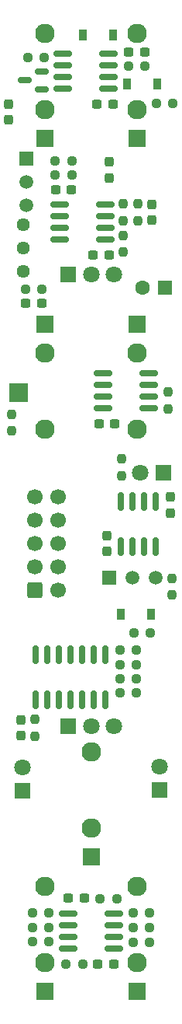
<source format=gbr>
%TF.GenerationSoftware,KiCad,Pcbnew,6.0.11+dfsg-1~bpo11+1*%
%TF.CreationDate,2023-06-07T14:09:25+08:00*%
%TF.ProjectId,MiniSNH v1.0 - Main,4d696e69-534e-4482-9076-312e30202d20,rev?*%
%TF.SameCoordinates,Original*%
%TF.FileFunction,Soldermask,Bot*%
%TF.FilePolarity,Negative*%
%FSLAX46Y46*%
G04 Gerber Fmt 4.6, Leading zero omitted, Abs format (unit mm)*
G04 Created by KiCad (PCBNEW 6.0.11+dfsg-1~bpo11+1) date 2023-06-07 14:09:25*
%MOMM*%
%LPD*%
G01*
G04 APERTURE LIST*
G04 Aperture macros list*
%AMRoundRect*
0 Rectangle with rounded corners*
0 $1 Rounding radius*
0 $2 $3 $4 $5 $6 $7 $8 $9 X,Y pos of 4 corners*
0 Add a 4 corners polygon primitive as box body*
4,1,4,$2,$3,$4,$5,$6,$7,$8,$9,$2,$3,0*
0 Add four circle primitives for the rounded corners*
1,1,$1+$1,$2,$3*
1,1,$1+$1,$4,$5*
1,1,$1+$1,$6,$7*
1,1,$1+$1,$8,$9*
0 Add four rect primitives between the rounded corners*
20,1,$1+$1,$2,$3,$4,$5,0*
20,1,$1+$1,$4,$5,$6,$7,0*
20,1,$1+$1,$6,$7,$8,$9,0*
20,1,$1+$1,$8,$9,$2,$3,0*%
G04 Aperture macros list end*
%ADD10R,1.930000X1.830000*%
%ADD11C,2.130000*%
%ADD12R,1.800000X1.800000*%
%ADD13C,1.800000*%
%ADD14RoundRect,0.237500X-0.300000X-0.237500X0.300000X-0.237500X0.300000X0.237500X-0.300000X0.237500X0*%
%ADD15RoundRect,0.237500X0.300000X0.237500X-0.300000X0.237500X-0.300000X-0.237500X0.300000X-0.237500X0*%
%ADD16RoundRect,0.237500X-0.250000X-0.237500X0.250000X-0.237500X0.250000X0.237500X-0.250000X0.237500X0*%
%ADD17RoundRect,0.237500X0.250000X0.237500X-0.250000X0.237500X-0.250000X-0.237500X0.250000X-0.237500X0*%
%ADD18RoundRect,0.150000X0.825000X0.150000X-0.825000X0.150000X-0.825000X-0.150000X0.825000X-0.150000X0*%
%ADD19RoundRect,0.250000X-0.600000X-0.600000X0.600000X-0.600000X0.600000X0.600000X-0.600000X0.600000X0*%
%ADD20C,1.700000*%
%ADD21RoundRect,0.237500X-0.237500X0.300000X-0.237500X-0.300000X0.237500X-0.300000X0.237500X0.300000X0*%
%ADD22RoundRect,0.237500X0.237500X-0.250000X0.237500X0.250000X-0.237500X0.250000X-0.237500X-0.250000X0*%
%ADD23RoundRect,0.150000X-0.150000X0.825000X-0.150000X-0.825000X0.150000X-0.825000X0.150000X0.825000X0*%
%ADD24R,0.900000X1.200000*%
%ADD25RoundRect,0.237500X0.237500X-0.300000X0.237500X0.300000X-0.237500X0.300000X-0.237500X-0.300000X0*%
%ADD26RoundRect,0.150000X0.587500X0.150000X-0.587500X0.150000X-0.587500X-0.150000X0.587500X-0.150000X0*%
%ADD27R,1.600000X1.600000*%
%ADD28C,1.600000*%
%ADD29RoundRect,0.237500X-0.237500X0.250000X-0.237500X-0.250000X0.237500X-0.250000X0.237500X0.250000X0*%
%ADD30R,2.000000X2.000000*%
%ADD31R,1.500000X1.500000*%
%ADD32C,1.500000*%
%ADD33C,1.440000*%
G04 APERTURE END LIST*
D10*
%TO.C,SNH_OUT1*%
X150000000Y-95350000D03*
D11*
X150000000Y-106750000D03*
X150000000Y-98450000D03*
%TD*%
D12*
%TO.C,D6*%
X152888750Y-111500000D03*
D13*
X150348750Y-111500000D03*
%TD*%
D10*
%TO.C,GATE_IN1*%
X150000000Y-75080000D03*
D11*
X150000000Y-63680000D03*
X150000000Y-71980000D03*
%TD*%
D12*
%TO.C,D3*%
X152500000Y-146000000D03*
D13*
X152500000Y-143460000D03*
%TD*%
D12*
%TO.C,PROBABILITY1*%
X142500000Y-139075000D03*
D13*
X145000000Y-139075000D03*
X147500000Y-139075000D03*
%TD*%
D12*
%TO.C,D2*%
X137500000Y-146100000D03*
D13*
X137500000Y-143560000D03*
%TD*%
D10*
%TO.C,PROB_IN1*%
X145000000Y-153300000D03*
D11*
X145000000Y-141900000D03*
X145000000Y-150200000D03*
%TD*%
D10*
%TO.C,GATE_OUT2*%
X150050000Y-167950000D03*
D11*
X150050000Y-156550000D03*
X150050000Y-164850000D03*
%TD*%
D10*
%TO.C,SIGNAL_IN1*%
X140000000Y-75080000D03*
D11*
X140000000Y-63680000D03*
X140000000Y-71980000D03*
%TD*%
D10*
%TO.C,NOISE_OUT1*%
X140000000Y-95350000D03*
D11*
X140000000Y-106750000D03*
X140000000Y-98450000D03*
%TD*%
D12*
%TO.C,SIGNAL_AMOUNT1*%
X142500000Y-89875000D03*
D13*
X145000000Y-89875000D03*
X147500000Y-89875000D03*
%TD*%
D10*
%TO.C,GATE_OUT1*%
X140000000Y-167930000D03*
D11*
X140000000Y-156530000D03*
X140000000Y-164830000D03*
%TD*%
D14*
%TO.C,C17*%
X145662500Y-71400000D03*
X147387500Y-71400000D03*
%TD*%
D15*
%TO.C,C4*%
X139587500Y-93075000D03*
X137862500Y-93075000D03*
%TD*%
D16*
%TO.C,R22*%
X149587500Y-159450000D03*
X151412500Y-159450000D03*
%TD*%
D14*
%TO.C,C2*%
X141137500Y-80650000D03*
X142862500Y-80650000D03*
%TD*%
D17*
%TO.C,R13*%
X149962500Y-132375000D03*
X148137500Y-132375000D03*
%TD*%
D18*
%TO.C,U1*%
X146525000Y-82295000D03*
X146525000Y-83565000D03*
X146525000Y-84835000D03*
X146525000Y-86105000D03*
X141575000Y-86105000D03*
X141575000Y-84835000D03*
X141575000Y-83565000D03*
X141575000Y-82295000D03*
%TD*%
%TO.C,U3*%
X147475000Y-159510000D03*
X147475000Y-160780000D03*
X147475000Y-162050000D03*
X147475000Y-163320000D03*
X142525000Y-163320000D03*
X142525000Y-162050000D03*
X142525000Y-160780000D03*
X142525000Y-159510000D03*
%TD*%
D17*
%TO.C,R10*%
X149962500Y-133900000D03*
X148137500Y-133900000D03*
%TD*%
D19*
%TO.C,J2*%
X138847500Y-124280000D03*
D20*
X141387500Y-124280000D03*
X138847500Y-121740000D03*
X141387500Y-121740000D03*
X138847500Y-119200000D03*
X141387500Y-119200000D03*
X138847500Y-116660000D03*
X141387500Y-116660000D03*
X138847500Y-114120000D03*
X141387500Y-114120000D03*
%TD*%
D21*
%TO.C,C11*%
X146700000Y-118312500D03*
X146700000Y-120037500D03*
%TD*%
D22*
%TO.C,R4*%
X150100000Y-84062500D03*
X150100000Y-82237500D03*
%TD*%
D16*
%TO.C,R15*%
X138587500Y-162550000D03*
X140412500Y-162550000D03*
%TD*%
D23*
%TO.C,U4*%
X138940000Y-131300000D03*
X140210000Y-131300000D03*
X141480000Y-131300000D03*
X142750000Y-131300000D03*
X144020000Y-131300000D03*
X145290000Y-131300000D03*
X146560000Y-131300000D03*
X146560000Y-136250000D03*
X145290000Y-136250000D03*
X144020000Y-136250000D03*
X142750000Y-136250000D03*
X141480000Y-136250000D03*
X140210000Y-136250000D03*
X138940000Y-136250000D03*
%TD*%
D16*
%TO.C,R23*%
X152137500Y-71250000D03*
X153962500Y-71250000D03*
%TD*%
D15*
%TO.C,C14*%
X147462500Y-165000000D03*
X145737500Y-165000000D03*
%TD*%
D24*
%TO.C,D5*%
X147400000Y-63800000D03*
X144100000Y-63800000D03*
%TD*%
D22*
%TO.C,R8*%
X138900000Y-140162500D03*
X138900000Y-138337500D03*
%TD*%
D17*
%TO.C,R19*%
X140412500Y-159400000D03*
X138587500Y-159400000D03*
%TD*%
D24*
%TO.C,D1*%
X151550000Y-126900000D03*
X148250000Y-126900000D03*
%TD*%
D25*
%TO.C,C15*%
X137350000Y-140112500D03*
X137350000Y-138387500D03*
%TD*%
D26*
%TO.C,Q3*%
X139662500Y-67825000D03*
X139662500Y-69725000D03*
X137787500Y-68775000D03*
%TD*%
D25*
%TO.C,C3*%
X151650000Y-84012500D03*
X151650000Y-82287500D03*
%TD*%
D27*
%TO.C,C1*%
X153105113Y-91350000D03*
D28*
X150605113Y-91350000D03*
%TD*%
D29*
%TO.C,R27*%
X153400000Y-102687500D03*
X153400000Y-104512500D03*
%TD*%
D17*
%TO.C,R2*%
X142912500Y-79100000D03*
X141087500Y-79100000D03*
%TD*%
D18*
%TO.C,U5*%
X146900000Y-65895000D03*
X146900000Y-67165000D03*
X146900000Y-68435000D03*
X146900000Y-69705000D03*
X141950000Y-69705000D03*
X141950000Y-68435000D03*
X141950000Y-67165000D03*
X141950000Y-65895000D03*
%TD*%
D17*
%TO.C,R14*%
X144112500Y-165000000D03*
X142287500Y-165000000D03*
%TD*%
D16*
%TO.C,R20*%
X149075000Y-67200000D03*
X150900000Y-67200000D03*
%TD*%
D22*
%TO.C,R29*%
X148363750Y-111812500D03*
X148363750Y-109987500D03*
%TD*%
D16*
%TO.C,R9*%
X149687500Y-128900000D03*
X151512500Y-128900000D03*
%TD*%
D15*
%TO.C,C8*%
X147612500Y-106150000D03*
X145887500Y-106150000D03*
%TD*%
D30*
%TO.C,TP1*%
X137100000Y-102750000D03*
%TD*%
D29*
%TO.C,R5*%
X148550000Y-82237500D03*
X148550000Y-84062500D03*
%TD*%
D21*
%TO.C,C12*%
X153700000Y-114137500D03*
X153700000Y-115862500D03*
%TD*%
%TO.C,C18*%
X136000000Y-71337500D03*
X136000000Y-73062500D03*
%TD*%
D17*
%TO.C,R1*%
X142912500Y-77550000D03*
X141087500Y-77550000D03*
%TD*%
D18*
%TO.C,U6*%
X151275000Y-100695000D03*
X151275000Y-101965000D03*
X151275000Y-103235000D03*
X151275000Y-104505000D03*
X146325000Y-104505000D03*
X146325000Y-103235000D03*
X146325000Y-101965000D03*
X146325000Y-100695000D03*
%TD*%
D17*
%TO.C,R21*%
X151412500Y-161050000D03*
X149587500Y-161050000D03*
%TD*%
D31*
%TO.C,Q1*%
X137910000Y-77280000D03*
D32*
X137910000Y-79820000D03*
X137910000Y-82360000D03*
%TD*%
D29*
%TO.C,R3*%
X148550000Y-85637500D03*
X148550000Y-87462500D03*
%TD*%
D33*
%TO.C,RV1*%
X137625000Y-89575000D03*
X137625000Y-87035000D03*
X137625000Y-84495000D03*
%TD*%
D17*
%TO.C,R7*%
X139637500Y-91525000D03*
X137812500Y-91525000D03*
%TD*%
%TO.C,R16*%
X147812500Y-157850000D03*
X145987500Y-157850000D03*
%TD*%
D15*
%TO.C,C10*%
X146962500Y-87750000D03*
X145237500Y-87750000D03*
%TD*%
D31*
%TO.C,Q2*%
X146960000Y-122900000D03*
D32*
X149500000Y-122900000D03*
X152040000Y-122900000D03*
%TD*%
D21*
%TO.C,C9*%
X147000000Y-77637500D03*
X147000000Y-79362500D03*
%TD*%
D17*
%TO.C,R17*%
X151412500Y-162650000D03*
X149587500Y-162650000D03*
%TD*%
%TO.C,R24*%
X139887500Y-66275000D03*
X138062500Y-66275000D03*
%TD*%
%TO.C,R28*%
X149962500Y-130800000D03*
X148137500Y-130800000D03*
%TD*%
D29*
%TO.C,R11*%
X136350000Y-105137500D03*
X136350000Y-106962500D03*
%TD*%
%TO.C,R6*%
X153850000Y-122987500D03*
X153850000Y-124812500D03*
%TD*%
D24*
%TO.C,D4*%
X148975000Y-69200000D03*
X152275000Y-69200000D03*
%TD*%
D15*
%TO.C,C7*%
X150850000Y-65700000D03*
X149125000Y-65700000D03*
%TD*%
D23*
%TO.C,U2*%
X148295000Y-114625000D03*
X149565000Y-114625000D03*
X150835000Y-114625000D03*
X152105000Y-114625000D03*
X152105000Y-119575000D03*
X150835000Y-119575000D03*
X149565000Y-119575000D03*
X148295000Y-119575000D03*
%TD*%
D16*
%TO.C,R18*%
X138587500Y-161000000D03*
X140412500Y-161000000D03*
%TD*%
%TO.C,R12*%
X148137500Y-135450000D03*
X149962500Y-135450000D03*
%TD*%
D14*
%TO.C,C13*%
X142537500Y-157825000D03*
X144262500Y-157825000D03*
%TD*%
M02*

</source>
